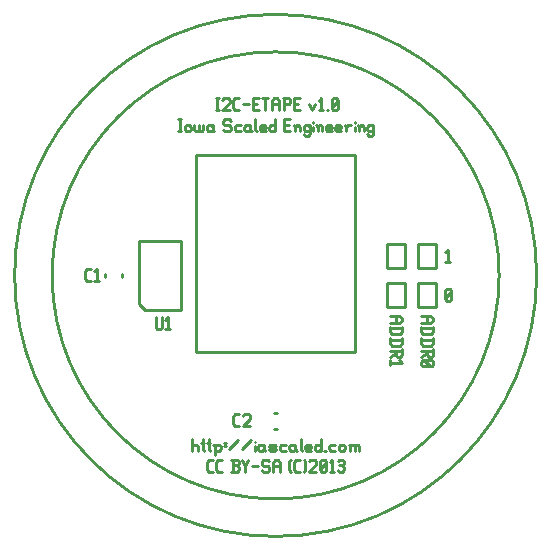
<source format=gbr>
G04 start of page 8 for group -4079 idx -4079 *
G04 Title: (unknown), topsilk *
G04 Creator: pcb 20110918 *
G04 CreationDate: Sun 03 Feb 2013 11:35:48 PM GMT UTC *
G04 For: petersen *
G04 Format: Gerber/RS-274X *
G04 PCB-Dimensions: 175000 175000 *
G04 PCB-Coordinate-Origin: lower left *
%MOIN*%
%FSLAX25Y25*%
%LNTOPSILK*%
%ADD50C,0.0100*%
G54D50*X500Y87500D02*G75*G03X500Y87500I87000J0D01*G01*
X13000Y87500D02*G75*G03X13000Y87500I74500J0D01*G01*
X59500Y33000D02*Y29000D01*
Y30500D02*X60000Y31000D01*
X61000D01*
X61500Y30500D01*
Y29000D01*
X63200Y33000D02*Y29500D01*
X63700Y29000D01*
X62700Y31500D02*X63700D01*
X65200Y33000D02*Y29500D01*
X65700Y29000D01*
X64700Y31500D02*X65700D01*
X67200Y30500D02*Y27500D01*
X66700Y31000D02*X67200Y30500D01*
X67700Y31000D01*
X68700D01*
X69200Y30500D01*
Y29500D01*
X68700Y29000D02*X69200Y29500D01*
X67700Y29000D02*X68700D01*
X67200Y29500D02*X67700Y29000D01*
X70400Y31500D02*X70900D01*
X70400Y30500D02*X70900D01*
X72100Y29500D02*X75100Y32500D01*
X76300Y29500D02*X79300Y32500D01*
X80500Y32000D02*Y31900D01*
Y30500D02*Y29000D01*
X83000Y31000D02*X83500Y30500D01*
X82000Y31000D02*X83000D01*
X81500Y30500D02*X82000Y31000D01*
X81500Y30500D02*Y29500D01*
X82000Y29000D01*
X83500Y31000D02*Y29500D01*
X84000Y29000D01*
X82000D02*X83000D01*
X83500Y29500D01*
X85700Y29000D02*X87200D01*
X87700Y29500D01*
X87200Y30000D02*X87700Y29500D01*
X85700Y30000D02*X87200D01*
X85200Y30500D02*X85700Y30000D01*
X85200Y30500D02*X85700Y31000D01*
X87200D01*
X87700Y30500D01*
X85200Y29500D02*X85700Y29000D01*
X89400Y31000D02*X90900D01*
X88900Y30500D02*X89400Y31000D01*
X88900Y30500D02*Y29500D01*
X89400Y29000D01*
X90900D01*
X93600Y31000D02*X94100Y30500D01*
X92600Y31000D02*X93600D01*
X92100Y30500D02*X92600Y31000D01*
X92100Y30500D02*Y29500D01*
X92600Y29000D01*
X94100Y31000D02*Y29500D01*
X94600Y29000D01*
X92600D02*X93600D01*
X94100Y29500D01*
X95800Y33000D02*Y29500D01*
X96300Y29000D01*
X97800D02*X99300D01*
X97300Y29500D02*X97800Y29000D01*
X97300Y30500D02*Y29500D01*
Y30500D02*X97800Y31000D01*
X98800D01*
X99300Y30500D01*
X97300Y30000D02*X99300D01*
Y30500D02*Y30000D01*
X102500Y33000D02*Y29000D01*
X102000D02*X102500Y29500D01*
X101000Y29000D02*X102000D01*
X100500Y29500D02*X101000Y29000D01*
X100500Y30500D02*Y29500D01*
Y30500D02*X101000Y31000D01*
X102000D01*
X102500Y30500D01*
X103700Y29000D02*X104200D01*
X105900Y31000D02*X107400D01*
X105400Y30500D02*X105900Y31000D01*
X105400Y30500D02*Y29500D01*
X105900Y29000D01*
X107400D01*
X108600Y30500D02*Y29500D01*
Y30500D02*X109100Y31000D01*
X110100D01*
X110600Y30500D01*
Y29500D01*
X110100Y29000D02*X110600Y29500D01*
X109100Y29000D02*X110100D01*
X108600Y29500D02*X109100Y29000D01*
X112300Y30500D02*Y29000D01*
Y30500D02*X112800Y31000D01*
X113300D01*
X113800Y30500D01*
Y29000D01*
Y30500D02*X114300Y31000D01*
X114800D01*
X115300Y30500D01*
Y29000D01*
X111800Y31000D02*X112300Y30500D01*
X65200Y22000D02*X66500D01*
X64500Y22700D02*X65200Y22000D01*
X64500Y25300D02*Y22700D01*
Y25300D02*X65200Y26000D01*
X66500D01*
X68400Y22000D02*X69700D01*
X67700Y22700D02*X68400Y22000D01*
X67700Y25300D02*Y22700D01*
Y25300D02*X68400Y26000D01*
X69700D01*
X72700Y22000D02*X74700D01*
X75200Y22500D01*
Y23700D02*Y22500D01*
X74700Y24200D02*X75200Y23700D01*
X73200Y24200D02*X74700D01*
X73200Y26000D02*Y22000D01*
X72700Y26000D02*X74700D01*
X75200Y25500D01*
Y24700D01*
X74700Y24200D02*X75200Y24700D01*
X76400Y26000D02*X77400Y24000D01*
X78400Y26000D01*
X77400Y24000D02*Y22000D01*
X79600Y24000D02*X81600D01*
X84800Y26000D02*X85300Y25500D01*
X83300Y26000D02*X84800D01*
X82800Y25500D02*X83300Y26000D01*
X82800Y25500D02*Y24500D01*
X83300Y24000D01*
X84800D01*
X85300Y23500D01*
Y22500D01*
X84800Y22000D02*X85300Y22500D01*
X83300Y22000D02*X84800D01*
X82800Y22500D02*X83300Y22000D01*
X86500Y25000D02*Y22000D01*
Y25000D02*X87200Y26000D01*
X88300D01*
X89000Y25000D01*
Y22000D01*
X86500Y24000D02*X89000D01*
X92000Y22500D02*X92500Y22000D01*
X92000Y25500D02*X92500Y26000D01*
X92000Y25500D02*Y22500D01*
X94400Y22000D02*X95700D01*
X93700Y22700D02*X94400Y22000D01*
X93700Y25300D02*Y22700D01*
Y25300D02*X94400Y26000D01*
X95700D01*
X96900D02*X97400Y25500D01*
Y22500D01*
X96900Y22000D02*X97400Y22500D01*
X98600Y25500D02*X99100Y26000D01*
X100600D01*
X101100Y25500D01*
Y24500D01*
X98600Y22000D02*X101100Y24500D01*
X98600Y22000D02*X101100D01*
X102300Y22500D02*X102800Y22000D01*
X102300Y25500D02*Y22500D01*
Y25500D02*X102800Y26000D01*
X103800D01*
X104300Y25500D01*
Y22500D01*
X103800Y22000D02*X104300Y22500D01*
X102800Y22000D02*X103800D01*
X102300Y23000D02*X104300Y25000D01*
X105500Y25200D02*X106300Y26000D01*
Y22000D01*
X105500D02*X107000D01*
X108200Y25500D02*X108700Y26000D01*
X109700D01*
X110200Y25500D01*
X109700Y22000D02*X110200Y22500D01*
X108700Y22000D02*X109700D01*
X108200Y22500D02*X108700Y22000D01*
Y24200D02*X109700D01*
X110200Y25500D02*Y24700D01*
Y23700D02*Y22500D01*
Y23700D02*X109700Y24200D01*
X110200Y24700D02*X109700Y24200D01*
X144000Y79500D02*X144500Y79000D01*
X144000Y82500D02*Y79500D01*
Y82500D02*X144500Y83000D01*
X145500D01*
X146000Y82500D01*
Y79500D01*
X145500Y79000D02*X146000Y79500D01*
X144500Y79000D02*X145500D01*
X144000Y80000D02*X146000Y82000D01*
X136000Y74000D02*X139000D01*
X140000Y73300D01*
Y72200D01*
X139000Y71500D01*
X136000D02*X139000D01*
X138000Y74000D02*Y71500D01*
X136000Y69800D02*X140000D01*
Y68500D02*X139300Y67800D01*
X136700D02*X139300D01*
X136000Y68500D02*X136700Y67800D01*
X136000Y70300D02*Y68500D01*
X140000Y70300D02*Y68500D01*
X136000Y66100D02*X140000D01*
Y64800D02*X139300Y64100D01*
X136700D02*X139300D01*
X136000Y64800D02*X136700Y64100D01*
X136000Y66600D02*Y64800D01*
X140000Y66600D02*Y64800D01*
Y62900D02*Y60900D01*
X139500Y60400D01*
X138500D02*X139500D01*
X138000Y60900D02*X138500Y60400D01*
X138000Y62400D02*Y60900D01*
X136000Y62400D02*X140000D01*
X138000Y61600D02*X136000Y60400D01*
X136500Y59200D02*X136000Y58700D01*
X136500Y59200D02*X139500D01*
X140000Y58700D01*
Y57700D01*
X139500Y57200D01*
X136500D02*X139500D01*
X136000Y57700D02*X136500Y57200D01*
X136000Y58700D02*Y57700D01*
X137000Y59200D02*X139000Y57200D01*
X125500Y74000D02*X128500D01*
X129500Y73300D01*
Y72200D01*
X128500Y71500D01*
X125500D02*X128500D01*
X127500Y74000D02*Y71500D01*
X125500Y69800D02*X129500D01*
Y68500D02*X128800Y67800D01*
X126200D02*X128800D01*
X125500Y68500D02*X126200Y67800D01*
X125500Y70300D02*Y68500D01*
X129500Y70300D02*Y68500D01*
X125500Y66100D02*X129500D01*
Y64800D02*X128800Y64100D01*
X126200D02*X128800D01*
X125500Y64800D02*X126200Y64100D01*
X125500Y66600D02*Y64800D01*
X129500Y66600D02*Y64800D01*
Y62900D02*Y60900D01*
X129000Y60400D01*
X128000D02*X129000D01*
X127500Y60900D02*X128000Y60400D01*
X127500Y62400D02*Y60900D01*
X125500Y62400D02*X129500D01*
X127500Y61600D02*X125500Y60400D01*
X128700Y59200D02*X129500Y58400D01*
X125500D02*X129500D01*
X125500Y59200D02*Y57700D01*
X55000Y139500D02*X56000D01*
X55500D02*Y135500D01*
X55000D02*X56000D01*
X57200Y137000D02*Y136000D01*
Y137000D02*X57700Y137500D01*
X58700D01*
X59200Y137000D01*
Y136000D01*
X58700Y135500D02*X59200Y136000D01*
X57700Y135500D02*X58700D01*
X57200Y136000D02*X57700Y135500D01*
X60400Y137500D02*Y136000D01*
X60900Y135500D01*
X61400D01*
X61900Y136000D01*
Y137500D02*Y136000D01*
X62400Y135500D01*
X62900D01*
X63400Y136000D01*
Y137500D02*Y136000D01*
X66100Y137500D02*X66600Y137000D01*
X65100Y137500D02*X66100D01*
X64600Y137000D02*X65100Y137500D01*
X64600Y137000D02*Y136000D01*
X65100Y135500D01*
X66600Y137500D02*Y136000D01*
X67100Y135500D01*
X65100D02*X66100D01*
X66600Y136000D01*
X72100Y139500D02*X72600Y139000D01*
X70600Y139500D02*X72100D01*
X70100Y139000D02*X70600Y139500D01*
X70100Y139000D02*Y138000D01*
X70600Y137500D01*
X72100D01*
X72600Y137000D01*
Y136000D01*
X72100Y135500D02*X72600Y136000D01*
X70600Y135500D02*X72100D01*
X70100Y136000D02*X70600Y135500D01*
X74300Y137500D02*X75800D01*
X73800Y137000D02*X74300Y137500D01*
X73800Y137000D02*Y136000D01*
X74300Y135500D01*
X75800D01*
X78500Y137500D02*X79000Y137000D01*
X77500Y137500D02*X78500D01*
X77000Y137000D02*X77500Y137500D01*
X77000Y137000D02*Y136000D01*
X77500Y135500D01*
X79000Y137500D02*Y136000D01*
X79500Y135500D01*
X77500D02*X78500D01*
X79000Y136000D01*
X80700Y139500D02*Y136000D01*
X81200Y135500D01*
X82700D02*X84200D01*
X82200Y136000D02*X82700Y135500D01*
X82200Y137000D02*Y136000D01*
Y137000D02*X82700Y137500D01*
X83700D01*
X84200Y137000D01*
X82200Y136500D02*X84200D01*
Y137000D02*Y136500D01*
X87400Y139500D02*Y135500D01*
X86900D02*X87400Y136000D01*
X85900Y135500D02*X86900D01*
X85400Y136000D02*X85900Y135500D01*
X85400Y137000D02*Y136000D01*
Y137000D02*X85900Y137500D01*
X86900D01*
X87400Y137000D01*
X90400Y137700D02*X91900D01*
X90400Y135500D02*X92400D01*
X90400Y139500D02*Y135500D01*
Y139500D02*X92400D01*
X94100Y137000D02*Y135500D01*
Y137000D02*X94600Y137500D01*
X95100D01*
X95600Y137000D01*
Y135500D01*
X93600Y137500D02*X94100Y137000D01*
X98300Y137500D02*X98800Y137000D01*
X97300Y137500D02*X98300D01*
X96800Y137000D02*X97300Y137500D01*
X96800Y137000D02*Y136000D01*
X97300Y135500D01*
X98300D01*
X98800Y136000D01*
X96800Y134500D02*X97300Y134000D01*
X98300D01*
X98800Y134500D01*
Y137500D02*Y134500D01*
X100000Y138500D02*Y138400D01*
Y137000D02*Y135500D01*
X101500Y137000D02*Y135500D01*
Y137000D02*X102000Y137500D01*
X102500D01*
X103000Y137000D01*
Y135500D01*
X101000Y137500D02*X101500Y137000D01*
X104700Y135500D02*X106200D01*
X104200Y136000D02*X104700Y135500D01*
X104200Y137000D02*Y136000D01*
Y137000D02*X104700Y137500D01*
X105700D01*
X106200Y137000D01*
X104200Y136500D02*X106200D01*
Y137000D02*Y136500D01*
X107900Y135500D02*X109400D01*
X107400Y136000D02*X107900Y135500D01*
X107400Y137000D02*Y136000D01*
Y137000D02*X107900Y137500D01*
X108900D01*
X109400Y137000D01*
X107400Y136500D02*X109400D01*
Y137000D02*Y136500D01*
X111100Y137000D02*Y135500D01*
Y137000D02*X111600Y137500D01*
X112600D01*
X110600D02*X111100Y137000D01*
X113800Y138500D02*Y138400D01*
Y137000D02*Y135500D01*
X115300Y137000D02*Y135500D01*
Y137000D02*X115800Y137500D01*
X116300D01*
X116800Y137000D01*
Y135500D01*
X114800Y137500D02*X115300Y137000D01*
X119500Y137500D02*X120000Y137000D01*
X118500Y137500D02*X119500D01*
X118000Y137000D02*X118500Y137500D01*
X118000Y137000D02*Y136000D01*
X118500Y135500D01*
X119500D01*
X120000Y136000D01*
X118000Y134500D02*X118500Y134000D01*
X119500D01*
X120000Y134500D01*
Y137500D02*Y134500D01*
X67500Y146500D02*X68500D01*
X68000D02*Y142500D01*
X67500D02*X68500D01*
X69700Y146000D02*X70200Y146500D01*
X71700D01*
X72200Y146000D01*
Y145000D01*
X69700Y142500D02*X72200Y145000D01*
X69700Y142500D02*X72200D01*
X74100D02*X75400D01*
X73400Y143200D02*X74100Y142500D01*
X73400Y145800D02*Y143200D01*
Y145800D02*X74100Y146500D01*
X75400D01*
X76600Y144500D02*X78600D01*
X79800Y144700D02*X81300D01*
X79800Y142500D02*X81800D01*
X79800Y146500D02*Y142500D01*
Y146500D02*X81800D01*
X83000D02*X85000D01*
X84000D02*Y142500D01*
X86200Y145500D02*Y142500D01*
Y145500D02*X86900Y146500D01*
X88000D01*
X88700Y145500D01*
Y142500D01*
X86200Y144500D02*X88700D01*
X90400Y146500D02*Y142500D01*
X89900Y146500D02*X91900D01*
X92400Y146000D01*
Y145000D01*
X91900Y144500D02*X92400Y145000D01*
X90400Y144500D02*X91900D01*
X93600Y144700D02*X95100D01*
X93600Y142500D02*X95600D01*
X93600Y146500D02*Y142500D01*
Y146500D02*X95600D01*
X98600Y144500D02*X99600Y142500D01*
X100600Y144500D02*X99600Y142500D01*
X101800Y145700D02*X102600Y146500D01*
Y142500D01*
X101800D02*X103300D01*
X104500D02*X105000D01*
X106200Y143000D02*X106700Y142500D01*
X106200Y146000D02*Y143000D01*
Y146000D02*X106700Y146500D01*
X107700D01*
X108200Y146000D01*
Y143000D01*
X107700Y142500D02*X108200Y143000D01*
X106700Y142500D02*X107700D01*
X106200Y143500D02*X108200Y145500D01*
X144000Y95200D02*X144800Y96000D01*
Y92000D01*
X144000D02*X145500D01*
X61000Y127500D02*Y62000D01*
X114000Y127500D02*Y62000D01*
X61000D02*X114000D01*
X61000Y127500D02*X114000D01*
X124500Y97984D02*Y89984D01*
X130500Y97984D02*Y89984D01*
X124500Y97984D02*X130500D01*
X124500Y89984D02*X130500D01*
Y85016D02*Y77016D01*
X124500Y85016D02*Y77016D01*
X130500D01*
X124500Y85016D02*X130500D01*
X87107Y41755D02*X87893D01*
X87107Y36245D02*X87893D01*
X44000Y76004D02*X42000Y78004D01*
X56000Y98996D02*Y76004D01*
X44000D02*X56000D01*
X42000Y98996D02*Y78004D01*
Y98996D02*X56000D01*
X36212Y87893D02*Y87107D01*
X30702Y87893D02*Y87107D01*
X135000Y97984D02*Y89984D01*
X141000Y97984D02*Y89984D01*
X135000Y97984D02*X141000D01*
X135000Y89984D02*X141000D01*
Y84984D02*Y76984D01*
X135000Y84984D02*Y76984D01*
X141000D01*
X135000Y84984D02*X141000D01*
X74050Y37150D02*X75350D01*
X73350Y37850D02*X74050Y37150D01*
X73350Y40450D02*Y37850D01*
Y40450D02*X74050Y41150D01*
X75350D01*
X76550Y40650D02*X77050Y41150D01*
X78550D01*
X79050Y40650D01*
Y39650D01*
X76550Y37150D02*X79050Y39650D01*
X76550Y37150D02*X79050D01*
X47504Y73500D02*Y70000D01*
X48004Y69500D01*
X49004D01*
X49504Y70000D01*
Y73500D02*Y70000D01*
X50704Y72700D02*X51504Y73500D01*
Y69500D01*
X50704D02*X52204D01*
X24550Y85607D02*X25850D01*
X23850Y86307D02*X24550Y85607D01*
X23850Y88907D02*Y86307D01*
Y88907D02*X24550Y89607D01*
X25850D01*
X27050Y88807D02*X27850Y89607D01*
Y85607D01*
X27050D02*X28550D01*
M02*

</source>
